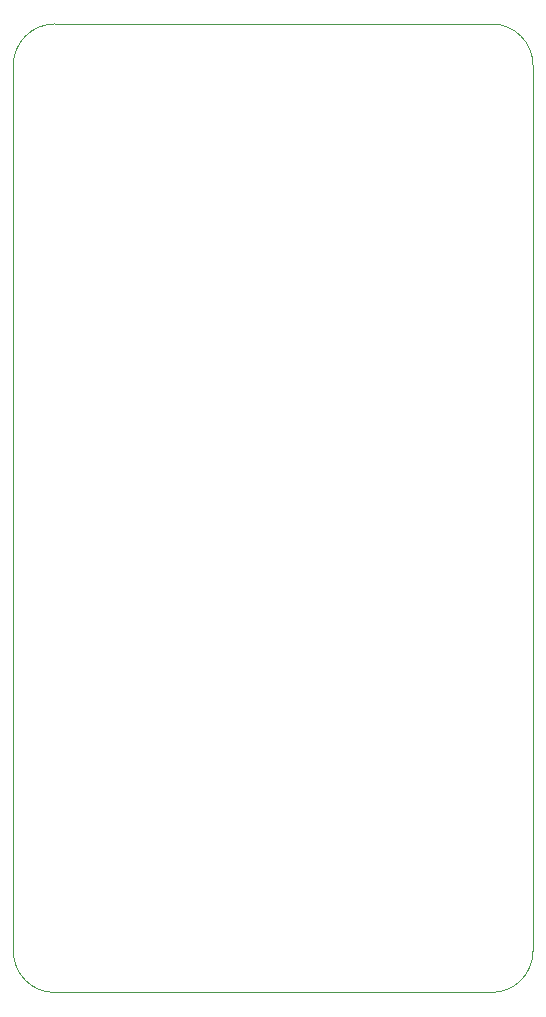
<source format=gbr>
%TF.GenerationSoftware,KiCad,Pcbnew,9.0.0*%
%TF.CreationDate,2025-04-29T18:34:20-04:00*%
%TF.ProjectId,Aurora Orbiton Edition,4175726f-7261-4204-9f72-6269746f6e20,rev?*%
%TF.SameCoordinates,Original*%
%TF.FileFunction,Profile,NP*%
%FSLAX46Y46*%
G04 Gerber Fmt 4.6, Leading zero omitted, Abs format (unit mm)*
G04 Created by KiCad (PCBNEW 9.0.0) date 2025-04-29 18:34:20*
%MOMM*%
%LPD*%
G01*
G04 APERTURE LIST*
%TA.AperFunction,Profile*%
%ADD10C,0.050000*%
%TD*%
G04 APERTURE END LIST*
D10*
X165500000Y-48500000D02*
G75*
G02*
X169000000Y-52000000I0J-3500000D01*
G01*
X128500000Y-48500000D02*
X165500000Y-48500000D01*
X169000000Y-127000000D02*
G75*
G02*
X165500000Y-130500000I-3500000J0D01*
G01*
X169000000Y-52000000D02*
X169000000Y-127000000D01*
X125000000Y-52000000D02*
G75*
G02*
X128500000Y-48500000I3500000J0D01*
G01*
X165500000Y-130500000D02*
X128500000Y-130500000D01*
X125000000Y-127000000D02*
X125000000Y-52000000D01*
X128500000Y-130500000D02*
G75*
G02*
X125000000Y-127000000I0J3500000D01*
G01*
M02*

</source>
